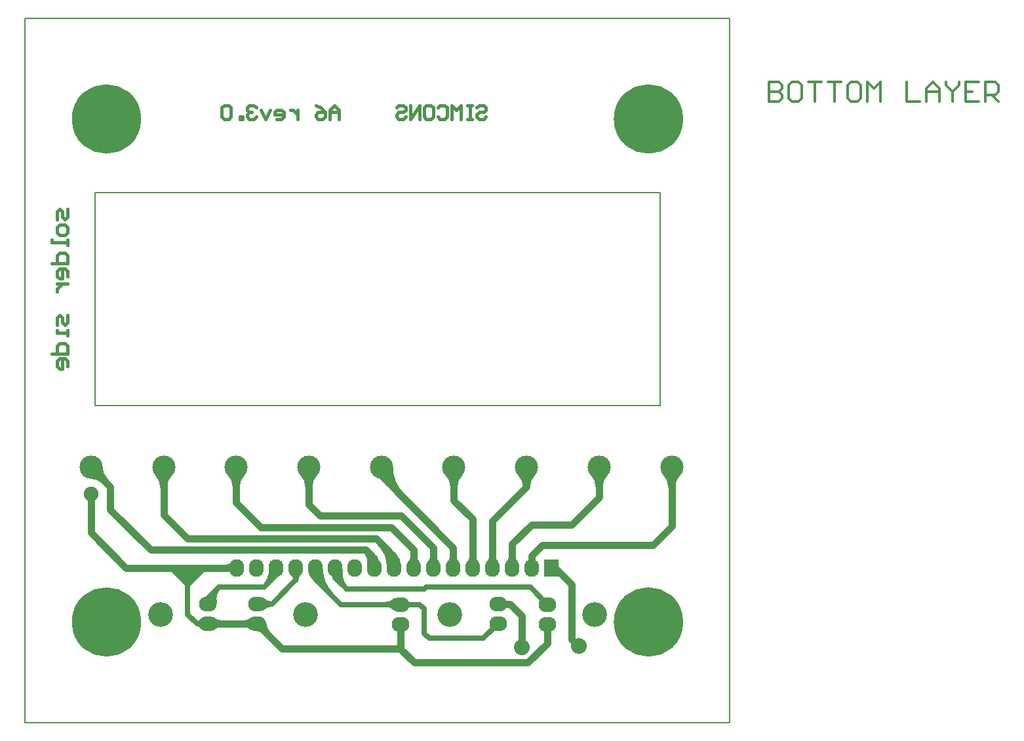
<source format=gbl>
%FSLAX25Y25*%
%MOIN*%
G70*
G01*
G75*
G04 Layer_Physical_Order=2*
G04 Layer_Color=16711680*
%ADD10C,0.06693*%
%ADD11C,0.06000*%
%ADD12C,0.03600*%
%ADD13C,0.00800*%
%ADD14C,0.00787*%
%ADD15C,0.01575*%
%ADD16C,0.01400*%
%ADD17O,0.09000X0.07500*%
%ADD18O,0.07500X0.09000*%
%ADD19R,0.07500X0.09000*%
%ADD20C,0.11811*%
%ADD21C,0.19685*%
%ADD22C,0.12598*%
%ADD23C,0.08000*%
%ADD24C,0.07500*%
%ADD25C,0.11811*%
%ADD26C,0.02500*%
%ADD27C,0.02800*%
%ADD28C,0.01600*%
G36*
X463500Y439500D02*
X455500Y431500D01*
X454000D01*
X446000Y439500D01*
X445500D01*
X446500Y440945D01*
X463500D01*
Y439500D01*
D02*
G37*
D12*
X618306Y443074D02*
G03*
X619685Y446403I-3329J3329D01*
G01*
D02*
G03*
X621064Y443074I4708J0D01*
G01*
X608306D02*
G03*
X609685Y446403I-3329J3329D01*
G01*
D02*
G03*
X611064Y443074I4708J0D01*
G01*
X598306D02*
G03*
X599685Y446403I-3329J3329D01*
G01*
D02*
G03*
X601064Y443074I4708J0D01*
G01*
X588306D02*
G03*
X589685Y446403I-3329J3329D01*
G01*
D02*
G03*
X591064Y443074I4708J0D01*
G01*
X578306D02*
G03*
X579685Y446403I-3329J3329D01*
G01*
D02*
G03*
X581064Y443074I4708J0D01*
G01*
X568306D02*
G03*
X569685Y446403I-3329J3329D01*
G01*
D02*
G03*
X571064Y443074I4708J0D01*
G01*
X561335Y441695D02*
G03*
X559023Y447276I-7893J0D01*
G01*
X557735Y441695D02*
G03*
X552878Y453421I-16584J0D01*
G01*
X558306Y443074D02*
G03*
X559685Y446403I-3329J3329D01*
G01*
D02*
G03*
X561064Y443074I4708J0D01*
G01*
X547766Y442042D02*
G03*
X545276Y450000I-8849J1600D01*
G01*
X548517Y443256D02*
G03*
X549685Y445590I-1747J2334D01*
G01*
D02*
G03*
X550854Y443256I2916J0D01*
G01*
X478306Y439566D02*
G03*
X474977Y440945I-3329J-3329D01*
G01*
D02*
G03*
X478306Y442324I0J4708D01*
G01*
X487694Y410944D02*
G03*
X483939Y412500I-3756J-3756D01*
G01*
D02*
G03*
X487694Y414056I0J5311D01*
G01*
X492950Y412500D02*
G03*
X495036Y407464I7122J0D01*
G01*
X493225Y409275D02*
G03*
X490750Y410300I-2475J-2475D01*
G01*
X467306Y414056D02*
G03*
X471061Y412500I3756J3756D01*
G01*
D02*
G03*
X467306Y410944I0J-5311D01*
G01*
X703690Y489223D02*
G03*
X700787Y482214I7008J-7008D01*
G01*
D02*
G03*
X697884Y489223I-9912J0D01*
G01*
X666781D02*
G03*
X663878Y482214I7008J-7008D01*
G01*
D02*
G03*
X660975Y489223I-9912J0D01*
G01*
X629872D02*
G03*
X626968Y482214I7008J-7008D01*
G01*
D02*
G03*
X624065Y489223I-9912J0D01*
G01*
X592962D02*
G03*
X590059Y482214I7008J-7008D01*
G01*
D02*
G03*
X587156Y489223I-9912J0D01*
G01*
X553655Y492126D02*
G03*
X557075Y483870I11676J0D01*
G01*
X557255Y492126D02*
G03*
X563220Y477725I20367J0D01*
G01*
X519143Y489223D02*
G03*
X516240Y482214I7008J-7008D01*
G01*
D02*
G03*
X513337Y489223I-9912J0D01*
G01*
X482234D02*
G03*
X479331Y482214I7008J-7008D01*
G01*
D02*
G03*
X476428Y489223I-9912J0D01*
G01*
X445324D02*
G03*
X442421Y482214I7008J-7008D01*
G01*
D02*
G03*
X439518Y489223I-9912J0D01*
G01*
X409617Y492126D02*
G03*
X412520Y485117I9912J0D01*
G01*
X412520Y485117D02*
G03*
X405512Y488021I-7008J-7008D01*
G01*
X474977Y440945D02*
G03*
X478306Y442324I0J4708D01*
G01*
Y439566D02*
G03*
X474977Y440945I-3329J-3329D01*
G01*
X493225Y409275D02*
G03*
X490750Y410300I-2475J-2475D01*
G01*
X492950Y412500D02*
G03*
X495036Y407464I7122J0D01*
G01*
X483939Y412500D02*
G03*
X487694Y414056I0J5311D01*
G01*
Y410944D02*
G03*
X483939Y412500I-3756J-3756D01*
G01*
X471061D02*
G03*
X467306Y410944I0J-5311D01*
G01*
Y414056D02*
G03*
X471061Y412500I3756J3756D01*
G01*
X639685Y440945D02*
X641555D01*
X650000Y432500D01*
Y404500D02*
Y432500D01*
Y404500D02*
X653500Y401000D01*
X637500Y402469D02*
Y412323D01*
X562500Y399950D02*
X569750Y392700D01*
X627731D02*
X637500Y402469D01*
X569750Y392700D02*
X627731D01*
X624500Y400500D02*
Y416500D01*
X618500Y422500D02*
X624500Y416500D01*
X612500Y422500D02*
X618500D01*
X502550Y399950D02*
X562500D01*
X562992Y400442D01*
Y412323D01*
X490000Y412500D02*
X502550Y399950D01*
X691083Y452500D02*
X700787Y462205D01*
X635000Y452500D02*
X691083D01*
X629685Y447185D02*
X635000Y452500D01*
X629685Y440945D02*
Y447185D01*
X454724Y440945D02*
X479685D01*
X700787Y462205D02*
Y492126D01*
X563309Y467400D02*
X579685Y451024D01*
X558085Y461600D02*
X569685Y450000D01*
X550499Y455800D02*
X559685Y446614D01*
X454436Y455800D02*
X550499D01*
X491943Y461600D02*
X558085D01*
X521970Y467400D02*
X563309D01*
X516240Y473130D02*
X521970Y467400D01*
X479331Y474213D02*
X491943Y461600D01*
X442421Y467815D02*
X454436Y455800D01*
X545276Y450000D02*
X549685Y445590D01*
X435827Y450000D02*
X545276D01*
X415354Y470472D02*
X435827Y450000D01*
X663878Y476870D02*
Y492126D01*
X650000Y462992D02*
X663878Y476870D01*
X629528Y462992D02*
X650000D01*
X619685Y453150D02*
X629528Y462992D01*
X619685Y440945D02*
Y453150D01*
X626968Y482087D02*
Y492126D01*
X609685Y464803D02*
X626968Y482087D01*
X609685Y440945D02*
Y464803D01*
X590059Y475295D02*
Y492126D01*
Y475295D02*
X599685Y465669D01*
Y440945D02*
Y465669D01*
X553150Y487795D02*
Y492126D01*
Y487795D02*
X589685Y451260D01*
Y440945D02*
Y451260D01*
X579685Y440945D02*
Y451024D01*
X516240Y473130D02*
Y492126D01*
X479331Y474213D02*
Y492126D01*
X569685Y440945D02*
Y450000D01*
X442421Y467815D02*
Y492126D01*
X559685Y440945D02*
Y446614D01*
X405512Y492126D02*
X415354Y482283D01*
Y470472D02*
Y482283D01*
X549685Y440945D02*
Y445590D01*
X405512Y458661D02*
Y475591D01*
Y458661D02*
X423228Y440945D01*
X454724D01*
X465000Y412500D02*
X490000D01*
D13*
X372047Y362205D02*
X730315D01*
X372047D02*
Y720472D01*
X730315D01*
Y362205D02*
Y720472D01*
D14*
X407480Y523622D02*
Y631890D01*
Y523622D02*
X694882D01*
Y631890D01*
X407480D02*
X694882D01*
D15*
X393425Y623425D02*
Y619489D01*
X392113Y618178D01*
X390801Y619489D01*
Y622113D01*
X389490Y623425D01*
X388178Y622113D01*
Y618178D01*
X393425Y614242D02*
Y611618D01*
X392113Y610306D01*
X389490D01*
X388178Y611618D01*
Y614242D01*
X389490Y615554D01*
X392113D01*
X393425Y614242D01*
Y607682D02*
Y605058D01*
Y606370D01*
X385554D01*
Y607682D01*
Y595875D02*
X393425D01*
Y599811D01*
X392113Y601123D01*
X389490D01*
X388178Y599811D01*
Y595875D01*
X393425Y589315D02*
Y591939D01*
X392113Y593251D01*
X389490D01*
X388178Y591939D01*
Y589315D01*
X389490Y588003D01*
X390801D01*
Y593251D01*
X388178Y585380D02*
X393425D01*
X390801D01*
X389490Y584068D01*
X388178Y582756D01*
Y581444D01*
X393425Y569637D02*
Y565701D01*
X392113Y564389D01*
X390801Y565701D01*
Y568325D01*
X389490Y569637D01*
X388178Y568325D01*
Y564389D01*
X393425Y561765D02*
Y559141D01*
Y560453D01*
X388178D01*
Y561765D01*
X385554Y549958D02*
X393425D01*
Y553894D01*
X392113Y555206D01*
X389490D01*
X388178Y553894D01*
Y549958D01*
X393425Y543399D02*
Y546022D01*
X392113Y547334D01*
X389490D01*
X388178Y546022D01*
Y543399D01*
X389490Y542087D01*
X390801D01*
Y547334D01*
D16*
X750374Y688239D02*
Y678242D01*
X755372D01*
X757038Y679908D01*
Y681574D01*
X755372Y683241D01*
X750374D01*
X755372D01*
X757038Y684907D01*
Y686573D01*
X755372Y688239D01*
X750374D01*
X765369D02*
X762037D01*
X760371Y686573D01*
Y679908D01*
X762037Y678242D01*
X765369D01*
X767035Y679908D01*
Y686573D01*
X765369Y688239D01*
X770368D02*
X777032D01*
X773700D01*
Y678242D01*
X780364Y688239D02*
X787029D01*
X783697D01*
Y678242D01*
X795360Y688239D02*
X792027D01*
X790361Y686573D01*
Y679908D01*
X792027Y678242D01*
X795360D01*
X797026Y679908D01*
Y686573D01*
X795360Y688239D01*
X800358Y678242D02*
Y688239D01*
X803690Y684907D01*
X807022Y688239D01*
Y678242D01*
X820351Y688239D02*
Y678242D01*
X827016D01*
X830348D02*
Y684907D01*
X833680Y688239D01*
X837013Y684907D01*
Y678242D01*
Y683241D01*
X830348D01*
X840345Y688239D02*
Y686573D01*
X843677Y683241D01*
X847009Y686573D01*
Y688239D01*
X843677Y683241D02*
Y678242D01*
X857006Y688239D02*
X850342D01*
Y678242D01*
X857006D01*
X850342Y683241D02*
X853674D01*
X860338Y678242D02*
Y688239D01*
X865337D01*
X867003Y686573D01*
Y683241D01*
X865337Y681574D01*
X860338D01*
X863671D02*
X867003Y678242D01*
D17*
X612500Y422500D02*
D03*
Y412500D02*
D03*
X465000D02*
D03*
Y422500D02*
D03*
X490000D02*
D03*
Y412500D02*
D03*
X562992Y412323D02*
D03*
Y422323D02*
D03*
X637500Y422323D02*
D03*
Y412323D02*
D03*
D18*
X629685Y440945D02*
D03*
X619685D02*
D03*
X609685D02*
D03*
X599685D02*
D03*
X589685D02*
D03*
X579685D02*
D03*
X569685D02*
D03*
X559685D02*
D03*
X549685D02*
D03*
X539685D02*
D03*
X529685D02*
D03*
X519685D02*
D03*
X509685D02*
D03*
X499685D02*
D03*
X489685D02*
D03*
X479685D02*
D03*
D19*
X639685D02*
D03*
D20*
X700787Y492126D02*
D03*
X442421D02*
D03*
X405512D02*
D03*
X479331D02*
D03*
X553150D02*
D03*
X516240D02*
D03*
X626968D02*
D03*
X590059D02*
D03*
X663878D02*
D03*
D21*
X413386Y413386D02*
D03*
X688976D02*
D03*
Y669291D02*
D03*
X413386D02*
D03*
D22*
X440945Y417323D02*
D03*
X514436D02*
D03*
X587926D02*
D03*
X661417D02*
D03*
D23*
X653500Y401000D02*
D03*
X624500Y400500D02*
D03*
D24*
X405512Y478346D02*
D03*
D25*
X425197Y669291D02*
G03*
X425197Y669291I-11811J0D01*
G01*
Y413386D02*
G03*
X425197Y413386I-11811J0D01*
G01*
X700787D02*
G03*
X700787Y413386I-11811J0D01*
G01*
Y669291D02*
G03*
X700787Y669291I-11811J0D01*
G01*
D26*
X529685Y440195D02*
G03*
X531924Y433576I7813J-1045D01*
G01*
X532163Y439863D02*
G03*
X535500Y430000I11642J-1557D01*
G01*
X530956Y438042D02*
G03*
X529685Y435815I1315J-2227D01*
G01*
D02*
G03*
X528414Y438042I-2586J0D01*
G01*
X531097Y438132D02*
G03*
X530209Y436148I1175J-1716D01*
G01*
X530209D02*
G03*
X528845Y437840I-2063J-267D01*
G01*
X517185Y440195D02*
G03*
X518868Y436132I5746J0D01*
G01*
X519685Y440195D02*
G03*
X523136Y431864I11781J0D01*
G01*
X522185Y440195D02*
G03*
X527403Y427597I17817J0D01*
G01*
X521145Y438166D02*
G03*
X519685Y435315I2052J-2851D01*
G01*
D02*
G03*
X518225Y438166I-3512J0D01*
G01*
X521850Y438945D02*
G03*
X521247Y434365I5227J-3018D01*
G01*
X521247Y434365D02*
G03*
X518435Y438030I-5830J-1562D01*
G01*
X511331Y438313D02*
G03*
X509685Y434685I3175J-3628D01*
G01*
D02*
G03*
X508039Y438313I-4821J0D01*
G01*
X492695Y424444D02*
G03*
X497389Y422500I4695J4695D01*
G01*
D02*
G03*
X492695Y420555I0J-6639D01*
G01*
X560298Y420378D02*
G03*
X555603Y422323I-4695J-4695D01*
G01*
D02*
G03*
X560298Y424267I0J6639D01*
G01*
X461853Y411152D02*
G03*
X459547Y412500I-2306J-1297D01*
G01*
D02*
G03*
X461853Y413848I0J2646D01*
G01*
X529685Y435815D02*
G03*
X528414Y438042I-2586J0D01*
G01*
X530956D02*
G03*
X529685Y435815I1315J-2227D01*
G01*
X532163Y439863D02*
G03*
X535500Y430000I11642J-1557D01*
G01*
X529685Y440195D02*
G03*
X531924Y433576I7813J-1045D01*
G01*
X522185Y440195D02*
G03*
X527403Y427597I17817J0D01*
G01*
X519685Y440195D02*
G03*
X523136Y431864I11781J0D01*
G01*
X517185Y440195D02*
G03*
X518868Y436132I5746J0D01*
G01*
X519685Y435315D02*
G03*
X518225Y438166I-3512J0D01*
G01*
X521145D02*
G03*
X519685Y435315I2052J-2851D01*
G01*
X509685Y434685D02*
G03*
X508039Y438313I-4821J0D01*
G01*
X511331D02*
G03*
X509685Y434685I3175J-3628D01*
G01*
X497389Y422500D02*
G03*
X492695Y420555I0J-6639D01*
G01*
Y424444D02*
G03*
X497389Y422500I4695J4695D01*
G01*
X555603Y422323D02*
G03*
X560298Y424267I0J6639D01*
G01*
Y420378D02*
G03*
X555603Y422323I-4695J-4695D01*
G01*
X459547Y412500D02*
G03*
X461853Y413848I0J2646D01*
G01*
Y411152D02*
G03*
X459547Y412500I-2306J-1297D01*
G01*
X576000Y431000D02*
X628823D01*
X575000Y430000D02*
X576000Y431000D01*
X628823D02*
X637500Y422323D01*
X535500Y430000D02*
X575000D01*
X562992Y422323D02*
X572677D01*
X575000Y420000D01*
Y407500D02*
Y420000D01*
X532677Y422323D02*
X562992D01*
X575000Y407500D02*
X577500Y405000D01*
X605000D01*
X612500Y412500D01*
X519685Y435315D02*
X532677Y422323D01*
X519685Y435315D02*
Y440945D01*
X490000Y422500D02*
X497500D01*
X509685Y434685D01*
Y440945D01*
X459547Y412500D02*
X465000D01*
X529685Y435815D02*
Y440945D01*
Y435815D02*
X535500Y430000D01*
X454724Y417323D02*
Y440945D01*
Y417323D02*
X459547Y412500D01*
D27*
X498347Y435847D02*
G03*
X500135Y440197I-4318J4318D01*
G01*
X493603Y431103D02*
G03*
X497335Y440182I-9011J9011D01*
G01*
X466981Y427611D02*
G03*
X465556Y422451I3836J-3836D01*
G01*
X470472Y431102D02*
G03*
X468271Y423134I5924J-5924D01*
G01*
X465889Y422356D02*
G03*
X468347Y428041I-5633J5809D01*
G01*
X493603Y431103D02*
G03*
X497335Y440182I-9011J9011D01*
G01*
X498347Y435847D02*
G03*
X500135Y440197I-4318J4318D01*
G01*
X470472Y431102D02*
G03*
X468271Y423134I5924J-5924D01*
G01*
X466981Y427611D02*
G03*
X465556Y422451I3836J-3836D01*
G01*
X499685Y437185D02*
Y440945D01*
X493602Y431102D02*
X499685Y437185D01*
X465000Y422500D02*
Y425630D01*
X470472Y431102D01*
X493602D01*
D28*
X531496Y669291D02*
Y673956D01*
X529164Y676289D01*
X526831Y673956D01*
Y669291D01*
Y672790D01*
X531496D01*
X519833Y676289D02*
X522166Y675123D01*
X524498Y672790D01*
Y670458D01*
X523332Y669291D01*
X520999D01*
X519833Y670458D01*
Y671624D01*
X520999Y672790D01*
X524498D01*
X510503Y673956D02*
Y669291D01*
Y671624D01*
X509337Y672790D01*
X508170Y673956D01*
X507004D01*
X500006Y669291D02*
X502339D01*
X503505Y670458D01*
Y672790D01*
X502339Y673956D01*
X500006D01*
X498840Y672790D01*
Y671624D01*
X503505D01*
X496507Y673956D02*
X494175Y669291D01*
X491842Y673956D01*
X489510Y675123D02*
X488343Y676289D01*
X486011D01*
X484844Y675123D01*
Y673956D01*
X486011Y672790D01*
X487177D01*
X486011D01*
X484844Y671624D01*
Y670458D01*
X486011Y669291D01*
X488343D01*
X489510Y670458D01*
X482512Y669291D02*
Y670458D01*
X481346D01*
Y669291D01*
X482512D01*
X476680Y675123D02*
X475514Y676289D01*
X473182D01*
X472015Y675123D01*
Y670458D01*
X473182Y669291D01*
X475514D01*
X476680Y670458D01*
Y675123D01*
X601634D02*
X602800Y676289D01*
X605133D01*
X606299Y675123D01*
Y673956D01*
X605133Y672790D01*
X602800D01*
X601634Y671624D01*
Y670458D01*
X602800Y669291D01*
X605133D01*
X606299Y670458D01*
X599301Y676289D02*
X596969D01*
X598135D01*
Y669291D01*
X599301D01*
X596969D01*
X593470D02*
Y676289D01*
X591137Y673956D01*
X588805Y676289D01*
Y669291D01*
X581807Y675123D02*
X582973Y676289D01*
X585306D01*
X586472Y675123D01*
Y670458D01*
X585306Y669291D01*
X582973D01*
X581807Y670458D01*
X575976Y676289D02*
X578308D01*
X579474Y675123D01*
Y670458D01*
X578308Y669291D01*
X575976D01*
X574809Y670458D01*
Y675123D01*
X575976Y676289D01*
X572477Y669291D02*
Y676289D01*
X567812Y669291D01*
Y676289D01*
X560814Y675123D02*
X561980Y676289D01*
X564313D01*
X565479Y675123D01*
Y673956D01*
X564313Y672790D01*
X561980D01*
X560814Y671624D01*
Y670458D01*
X561980Y669291D01*
X564313D01*
X565479Y670458D01*
M02*

</source>
